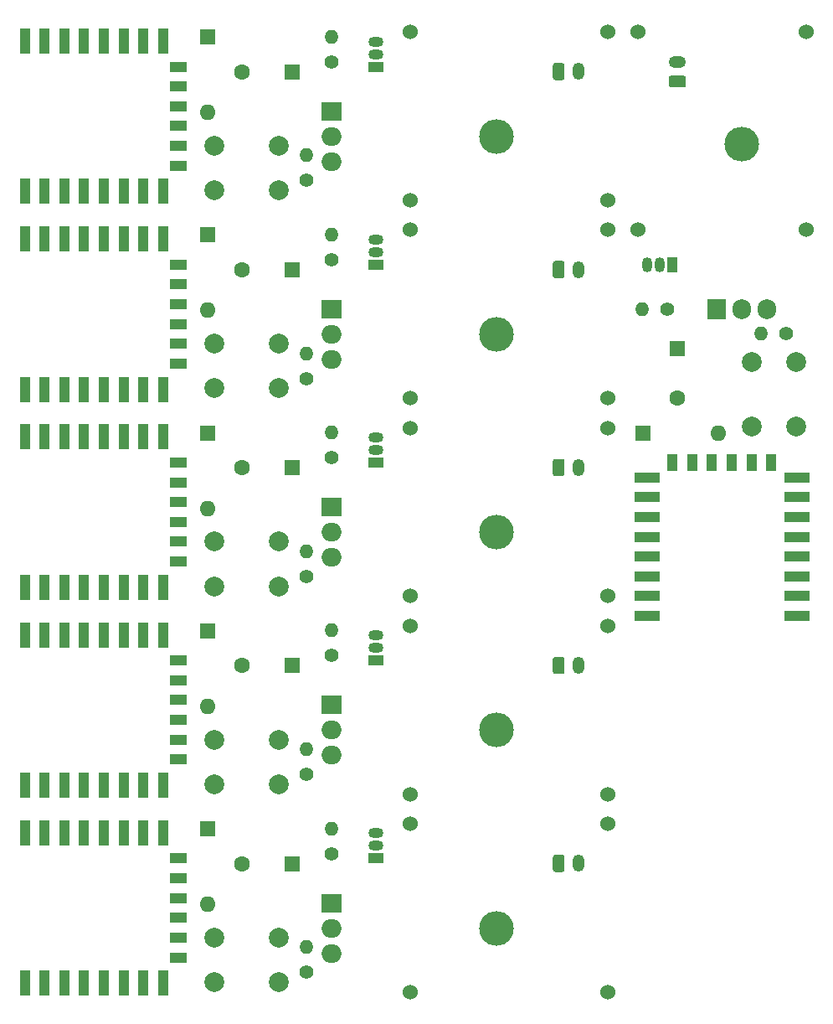
<source format=gbr>
%TF.GenerationSoftware,KiCad,Pcbnew,(5.1.9)-1*%
%TF.CreationDate,2021-03-22T15:53:49+01:00*%
%TF.ProjectId,DOORSENSOR_Enhanced_Multi,444f4f52-5345-44e5-934f-525f456e6861,rev?*%
%TF.SameCoordinates,Original*%
%TF.FileFunction,Soldermask,Top*%
%TF.FilePolarity,Negative*%
%FSLAX46Y46*%
G04 Gerber Fmt 4.6, Leading zero omitted, Abs format (unit mm)*
G04 Created by KiCad (PCBNEW (5.1.9)-1) date 2021-03-22 15:53:49*
%MOMM*%
%LPD*%
G01*
G04 APERTURE LIST*
%ADD10R,1.050000X1.500000*%
%ADD11O,1.050000X1.500000*%
%ADD12O,1.750000X1.200000*%
%ADD13C,1.524000*%
%ADD14O,1.905000X2.000000*%
%ADD15R,1.905000X2.000000*%
%ADD16O,3.500000X3.500000*%
%ADD17C,1.400000*%
%ADD18O,1.400000X1.400000*%
%ADD19R,2.500000X1.000000*%
%ADD20R,1.000000X1.800000*%
%ADD21R,1.600000X1.600000*%
%ADD22C,1.600000*%
%ADD23O,1.600000X1.600000*%
%ADD24C,2.000000*%
%ADD25O,1.200000X1.750000*%
%ADD26O,2.000000X1.905000*%
%ADD27R,2.000000X1.905000*%
%ADD28O,1.500000X1.050000*%
%ADD29R,1.500000X1.050000*%
%ADD30R,1.000000X2.500000*%
%ADD31R,1.800000X1.000000*%
G04 APERTURE END LIST*
D10*
%TO.C,Q1*%
X111500000Y-68000000D03*
D11*
X108960000Y-68000000D03*
X110230000Y-68000000D03*
%TD*%
%TO.C,J1*%
G36*
G01*
X112625001Y-50100000D02*
X111374999Y-50100000D01*
G75*
G02*
X111125000Y-49850001I0J249999D01*
G01*
X111125000Y-49149999D01*
G75*
G02*
X111374999Y-48900000I249999J0D01*
G01*
X112625001Y-48900000D01*
G75*
G02*
X112875000Y-49149999I0J-249999D01*
G01*
X112875000Y-49850001D01*
G75*
G02*
X112625001Y-50100000I-249999J0D01*
G01*
G37*
D12*
X112000000Y-47500000D03*
%TD*%
D13*
%TO.C,SW3*%
X125000000Y-44500000D03*
X125000000Y-64500000D03*
%TD*%
D14*
%TO.C,Q2*%
X121080000Y-72500000D03*
X118540000Y-72500000D03*
D15*
X116000000Y-72500000D03*
D16*
X118540000Y-55840000D03*
%TD*%
D17*
%TO.C,R1*%
X111000000Y-72500000D03*
D18*
X108460000Y-72500000D03*
%TD*%
D19*
%TO.C,U1*%
X124100000Y-103500000D03*
X124100000Y-101500000D03*
X124100000Y-99500000D03*
X124100000Y-97500000D03*
X124100000Y-95500000D03*
X124100000Y-93500000D03*
X124100000Y-91500000D03*
X124100000Y-89500000D03*
D20*
X121500000Y-88000000D03*
X119500000Y-88000000D03*
X117500000Y-88000000D03*
X115500000Y-88000000D03*
X113500000Y-88000000D03*
X111500000Y-88000000D03*
D19*
X108900000Y-89500000D03*
X108900000Y-91500000D03*
X108900000Y-93500000D03*
X108900000Y-95500000D03*
X108900000Y-97500000D03*
X108900000Y-99500000D03*
X108900000Y-101500000D03*
X108900000Y-103500000D03*
%TD*%
D21*
%TO.C,C1*%
X112015001Y-76500000D03*
D22*
X112015001Y-81500000D03*
%TD*%
D21*
%TO.C,D1*%
X108500000Y-85000000D03*
D23*
X116120000Y-85000000D03*
%TD*%
D24*
%TO.C,SW2*%
X119500000Y-77824999D03*
X124000000Y-77824999D03*
X119500000Y-84324999D03*
X124000000Y-84324999D03*
%TD*%
D18*
%TO.C,R2*%
X120460000Y-75000000D03*
D17*
X123000000Y-75000000D03*
%TD*%
D24*
%TO.C,SW2*%
X124000000Y-84324999D03*
X119500000Y-84324999D03*
X124000000Y-77824999D03*
X119500000Y-77824999D03*
%TD*%
D13*
%TO.C,SW1*%
X108000000Y-64500000D03*
X108000000Y-44500000D03*
%TD*%
D17*
%TO.C,R2*%
X123000000Y-75000000D03*
D18*
X120460000Y-75000000D03*
%TD*%
D22*
%TO.C,C1*%
X112015001Y-81500000D03*
D21*
X112015001Y-76500000D03*
%TD*%
D16*
%TO.C,Q2*%
X118540000Y-55840000D03*
D15*
X116000000Y-72500000D03*
D14*
X118540000Y-72500000D03*
X121080000Y-72500000D03*
%TD*%
D12*
%TO.C,J1*%
X112000000Y-47500000D03*
G36*
G01*
X112625001Y-50100000D02*
X111374999Y-50100000D01*
G75*
G02*
X111125000Y-49850001I0J249999D01*
G01*
X111125000Y-49149999D01*
G75*
G02*
X111374999Y-48900000I249999J0D01*
G01*
X112625001Y-48900000D01*
G75*
G02*
X112875000Y-49149999I0J-249999D01*
G01*
X112875000Y-49850001D01*
G75*
G02*
X112625001Y-50100000I-249999J0D01*
G01*
G37*
%TD*%
D18*
%TO.C,R1*%
X108460000Y-72500000D03*
D17*
X111000000Y-72500000D03*
%TD*%
D23*
%TO.C,D1*%
X116120000Y-85000000D03*
D21*
X108500000Y-85000000D03*
%TD*%
D11*
%TO.C,Q1*%
X110230000Y-68000000D03*
X108960000Y-68000000D03*
D10*
X111500000Y-68000000D03*
%TD*%
D19*
%TO.C,U1*%
X108900000Y-103500000D03*
X108900000Y-101500000D03*
X108900000Y-99500000D03*
X108900000Y-97500000D03*
X108900000Y-95500000D03*
X108900000Y-93500000D03*
X108900000Y-91500000D03*
X108900000Y-89500000D03*
D20*
X111500000Y-88000000D03*
X113500000Y-88000000D03*
X115500000Y-88000000D03*
X117500000Y-88000000D03*
X119500000Y-88000000D03*
X121500000Y-88000000D03*
D19*
X124100000Y-89500000D03*
X124100000Y-91500000D03*
X124100000Y-93500000D03*
X124100000Y-95500000D03*
X124100000Y-97500000D03*
X124100000Y-99500000D03*
X124100000Y-101500000D03*
X124100000Y-103500000D03*
%TD*%
D13*
%TO.C,SW3*%
X125000000Y-64500000D03*
X125000000Y-44500000D03*
%TD*%
D25*
%TO.C,J1*%
X102000000Y-128500000D03*
G36*
G01*
X99400000Y-129125001D02*
X99400000Y-127874999D01*
G75*
G02*
X99649999Y-127625000I249999J0D01*
G01*
X100350001Y-127625000D01*
G75*
G02*
X100600000Y-127874999I0J-249999D01*
G01*
X100600000Y-129125001D01*
G75*
G02*
X100350001Y-129375000I-249999J0D01*
G01*
X99649999Y-129375000D01*
G75*
G02*
X99400000Y-129125001I0J249999D01*
G01*
G37*
%TD*%
D24*
%TO.C,SW2*%
X71675001Y-136000000D03*
X71675001Y-140500000D03*
X65175001Y-136000000D03*
X65175001Y-140500000D03*
%TD*%
D26*
%TO.C,Q2*%
X77000000Y-137580000D03*
X77000000Y-135040000D03*
D27*
X77000000Y-132500000D03*
D16*
X93660000Y-135040000D03*
%TD*%
D13*
%TO.C,SW1*%
X105000000Y-124500000D03*
X85000000Y-124500000D03*
%TD*%
D28*
%TO.C,Q1*%
X81500000Y-126730000D03*
X81500000Y-125460000D03*
D29*
X81500000Y-128000000D03*
%TD*%
D18*
%TO.C,R2*%
X74500000Y-136960000D03*
D17*
X74500000Y-139500000D03*
%TD*%
%TO.C,R2*%
X74500000Y-139500000D03*
D18*
X74500000Y-136960000D03*
%TD*%
D22*
%TO.C,C1*%
X68000000Y-128515001D03*
D21*
X73000000Y-128515001D03*
%TD*%
D24*
%TO.C,SW2*%
X65175001Y-140500000D03*
X65175001Y-136000000D03*
X71675001Y-140500000D03*
X71675001Y-136000000D03*
%TD*%
D13*
%TO.C,SW3*%
X85000000Y-141500000D03*
X105000000Y-141500000D03*
%TD*%
D21*
%TO.C,C1*%
X73000000Y-128515001D03*
D22*
X68000000Y-128515001D03*
%TD*%
D29*
%TO.C,Q1*%
X81500000Y-128000000D03*
D28*
X81500000Y-125460000D03*
X81500000Y-126730000D03*
%TD*%
D16*
%TO.C,Q2*%
X93660000Y-135040000D03*
D27*
X77000000Y-132500000D03*
D26*
X77000000Y-135040000D03*
X77000000Y-137580000D03*
%TD*%
D30*
%TO.C,U1*%
X46000000Y-125400000D03*
X48000000Y-125400000D03*
X50000000Y-125400000D03*
X52000000Y-125400000D03*
X54000000Y-125400000D03*
X56000000Y-125400000D03*
X58000000Y-125400000D03*
X60000000Y-125400000D03*
D31*
X61500000Y-128000000D03*
X61500000Y-130000000D03*
X61500000Y-132000000D03*
X61500000Y-134000000D03*
X61500000Y-136000000D03*
X61500000Y-138000000D03*
D30*
X60000000Y-140600000D03*
X58000000Y-140600000D03*
X56000000Y-140600000D03*
X54000000Y-140600000D03*
X52000000Y-140600000D03*
X50000000Y-140600000D03*
X48000000Y-140600000D03*
X46000000Y-140600000D03*
%TD*%
D23*
%TO.C,D1*%
X64500000Y-132620000D03*
D21*
X64500000Y-125000000D03*
%TD*%
D18*
%TO.C,R1*%
X77000000Y-124960000D03*
D17*
X77000000Y-127500000D03*
%TD*%
D21*
%TO.C,D1*%
X64500000Y-125000000D03*
D23*
X64500000Y-132620000D03*
%TD*%
D17*
%TO.C,R1*%
X77000000Y-127500000D03*
D18*
X77000000Y-124960000D03*
%TD*%
D13*
%TO.C,SW3*%
X105000000Y-141500000D03*
X85000000Y-141500000D03*
%TD*%
D30*
%TO.C,U1*%
X46000000Y-140600000D03*
X48000000Y-140600000D03*
X50000000Y-140600000D03*
X52000000Y-140600000D03*
X54000000Y-140600000D03*
X56000000Y-140600000D03*
X58000000Y-140600000D03*
X60000000Y-140600000D03*
D31*
X61500000Y-138000000D03*
X61500000Y-136000000D03*
X61500000Y-134000000D03*
X61500000Y-132000000D03*
X61500000Y-130000000D03*
X61500000Y-128000000D03*
D30*
X60000000Y-125400000D03*
X58000000Y-125400000D03*
X56000000Y-125400000D03*
X54000000Y-125400000D03*
X52000000Y-125400000D03*
X50000000Y-125400000D03*
X48000000Y-125400000D03*
X46000000Y-125400000D03*
%TD*%
%TO.C,J1*%
G36*
G01*
X99400000Y-129125001D02*
X99400000Y-127874999D01*
G75*
G02*
X99649999Y-127625000I249999J0D01*
G01*
X100350001Y-127625000D01*
G75*
G02*
X100600000Y-127874999I0J-249999D01*
G01*
X100600000Y-129125001D01*
G75*
G02*
X100350001Y-129375000I-249999J0D01*
G01*
X99649999Y-129375000D01*
G75*
G02*
X99400000Y-129125001I0J249999D01*
G01*
G37*
D25*
X102000000Y-128500000D03*
%TD*%
D17*
%TO.C,R2*%
X74500000Y-119500000D03*
D18*
X74500000Y-116960000D03*
%TD*%
D22*
%TO.C,C1*%
X68000000Y-108515001D03*
D21*
X73000000Y-108515001D03*
%TD*%
%TO.C,C1*%
X73000000Y-108515001D03*
D22*
X68000000Y-108515001D03*
%TD*%
D18*
%TO.C,R2*%
X74500000Y-116960000D03*
D17*
X74500000Y-119500000D03*
%TD*%
D24*
%TO.C,SW2*%
X65175001Y-120500000D03*
X65175001Y-116000000D03*
X71675001Y-120500000D03*
X71675001Y-116000000D03*
%TD*%
D16*
%TO.C,Q2*%
X93660000Y-115040000D03*
D27*
X77000000Y-112500000D03*
D26*
X77000000Y-115040000D03*
X77000000Y-117580000D03*
%TD*%
D24*
%TO.C,SW2*%
X71675001Y-116000000D03*
X71675001Y-120500000D03*
X65175001Y-116000000D03*
X65175001Y-120500000D03*
%TD*%
D13*
%TO.C,SW1*%
X85000000Y-104500000D03*
X105000000Y-104500000D03*
%TD*%
%TO.C,SW3*%
X105000000Y-121500000D03*
X85000000Y-121500000D03*
%TD*%
%TO.C,J1*%
G36*
G01*
X99400000Y-109125001D02*
X99400000Y-107874999D01*
G75*
G02*
X99649999Y-107625000I249999J0D01*
G01*
X100350001Y-107625000D01*
G75*
G02*
X100600000Y-107874999I0J-249999D01*
G01*
X100600000Y-109125001D01*
G75*
G02*
X100350001Y-109375000I-249999J0D01*
G01*
X99649999Y-109375000D01*
G75*
G02*
X99400000Y-109125001I0J249999D01*
G01*
G37*
D25*
X102000000Y-108500000D03*
%TD*%
D29*
%TO.C,Q1*%
X81500000Y-108000000D03*
D28*
X81500000Y-105460000D03*
X81500000Y-106730000D03*
%TD*%
D23*
%TO.C,D1*%
X64500000Y-112620000D03*
D21*
X64500000Y-105000000D03*
%TD*%
D28*
%TO.C,Q1*%
X81500000Y-106730000D03*
X81500000Y-105460000D03*
D29*
X81500000Y-108000000D03*
%TD*%
D13*
%TO.C,SW3*%
X85000000Y-121500000D03*
X105000000Y-121500000D03*
%TD*%
D18*
%TO.C,R1*%
X77000000Y-104960000D03*
D17*
X77000000Y-107500000D03*
%TD*%
D30*
%TO.C,U1*%
X46000000Y-105400000D03*
X48000000Y-105400000D03*
X50000000Y-105400000D03*
X52000000Y-105400000D03*
X54000000Y-105400000D03*
X56000000Y-105400000D03*
X58000000Y-105400000D03*
X60000000Y-105400000D03*
D31*
X61500000Y-108000000D03*
X61500000Y-110000000D03*
X61500000Y-112000000D03*
X61500000Y-114000000D03*
X61500000Y-116000000D03*
X61500000Y-118000000D03*
D30*
X60000000Y-120600000D03*
X58000000Y-120600000D03*
X56000000Y-120600000D03*
X54000000Y-120600000D03*
X52000000Y-120600000D03*
X50000000Y-120600000D03*
X48000000Y-120600000D03*
X46000000Y-120600000D03*
%TD*%
D25*
%TO.C,J1*%
X102000000Y-108500000D03*
G36*
G01*
X99400000Y-109125001D02*
X99400000Y-107874999D01*
G75*
G02*
X99649999Y-107625000I249999J0D01*
G01*
X100350001Y-107625000D01*
G75*
G02*
X100600000Y-107874999I0J-249999D01*
G01*
X100600000Y-109125001D01*
G75*
G02*
X100350001Y-109375000I-249999J0D01*
G01*
X99649999Y-109375000D01*
G75*
G02*
X99400000Y-109125001I0J249999D01*
G01*
G37*
%TD*%
D26*
%TO.C,Q2*%
X77000000Y-117580000D03*
X77000000Y-115040000D03*
D27*
X77000000Y-112500000D03*
D16*
X93660000Y-115040000D03*
%TD*%
D17*
%TO.C,R1*%
X77000000Y-107500000D03*
D18*
X77000000Y-104960000D03*
%TD*%
D21*
%TO.C,D1*%
X64500000Y-105000000D03*
D23*
X64500000Y-112620000D03*
%TD*%
D30*
%TO.C,U1*%
X46000000Y-120600000D03*
X48000000Y-120600000D03*
X50000000Y-120600000D03*
X52000000Y-120600000D03*
X54000000Y-120600000D03*
X56000000Y-120600000D03*
X58000000Y-120600000D03*
X60000000Y-120600000D03*
D31*
X61500000Y-118000000D03*
X61500000Y-116000000D03*
X61500000Y-114000000D03*
X61500000Y-112000000D03*
X61500000Y-110000000D03*
X61500000Y-108000000D03*
D30*
X60000000Y-105400000D03*
X58000000Y-105400000D03*
X56000000Y-105400000D03*
X54000000Y-105400000D03*
X52000000Y-105400000D03*
X50000000Y-105400000D03*
X48000000Y-105400000D03*
X46000000Y-105400000D03*
%TD*%
D28*
%TO.C,Q1*%
X81500000Y-86730000D03*
X81500000Y-85460000D03*
D29*
X81500000Y-88000000D03*
%TD*%
D21*
%TO.C,D1*%
X64500000Y-85000000D03*
D23*
X64500000Y-92620000D03*
%TD*%
D30*
%TO.C,U1*%
X46000000Y-100600000D03*
X48000000Y-100600000D03*
X50000000Y-100600000D03*
X52000000Y-100600000D03*
X54000000Y-100600000D03*
X56000000Y-100600000D03*
X58000000Y-100600000D03*
X60000000Y-100600000D03*
D31*
X61500000Y-98000000D03*
X61500000Y-96000000D03*
X61500000Y-94000000D03*
X61500000Y-92000000D03*
X61500000Y-90000000D03*
X61500000Y-88000000D03*
D30*
X60000000Y-85400000D03*
X58000000Y-85400000D03*
X56000000Y-85400000D03*
X54000000Y-85400000D03*
X52000000Y-85400000D03*
X50000000Y-85400000D03*
X48000000Y-85400000D03*
X46000000Y-85400000D03*
%TD*%
D29*
%TO.C,Q1*%
X81500000Y-88000000D03*
D28*
X81500000Y-85460000D03*
X81500000Y-86730000D03*
%TD*%
D13*
%TO.C,SW3*%
X105000000Y-101500000D03*
X85000000Y-101500000D03*
%TD*%
D25*
%TO.C,J1*%
X102000000Y-88500000D03*
G36*
G01*
X99400000Y-89125001D02*
X99400000Y-87874999D01*
G75*
G02*
X99649999Y-87625000I249999J0D01*
G01*
X100350001Y-87625000D01*
G75*
G02*
X100600000Y-87874999I0J-249999D01*
G01*
X100600000Y-89125001D01*
G75*
G02*
X100350001Y-89375000I-249999J0D01*
G01*
X99649999Y-89375000D01*
G75*
G02*
X99400000Y-89125001I0J249999D01*
G01*
G37*
%TD*%
%TO.C,J1*%
G36*
G01*
X99400000Y-89125001D02*
X99400000Y-87874999D01*
G75*
G02*
X99649999Y-87625000I249999J0D01*
G01*
X100350001Y-87625000D01*
G75*
G02*
X100600000Y-87874999I0J-249999D01*
G01*
X100600000Y-89125001D01*
G75*
G02*
X100350001Y-89375000I-249999J0D01*
G01*
X99649999Y-89375000D01*
G75*
G02*
X99400000Y-89125001I0J249999D01*
G01*
G37*
X102000000Y-88500000D03*
%TD*%
D16*
%TO.C,Q2*%
X93660000Y-95040000D03*
D27*
X77000000Y-92500000D03*
D26*
X77000000Y-95040000D03*
X77000000Y-97580000D03*
%TD*%
D18*
%TO.C,R1*%
X77000000Y-84960000D03*
D17*
X77000000Y-87500000D03*
%TD*%
%TO.C,R1*%
X77000000Y-87500000D03*
D18*
X77000000Y-84960000D03*
%TD*%
D30*
%TO.C,U1*%
X46000000Y-85400000D03*
X48000000Y-85400000D03*
X50000000Y-85400000D03*
X52000000Y-85400000D03*
X54000000Y-85400000D03*
X56000000Y-85400000D03*
X58000000Y-85400000D03*
X60000000Y-85400000D03*
D31*
X61500000Y-88000000D03*
X61500000Y-90000000D03*
X61500000Y-92000000D03*
X61500000Y-94000000D03*
X61500000Y-96000000D03*
X61500000Y-98000000D03*
D30*
X60000000Y-100600000D03*
X58000000Y-100600000D03*
X56000000Y-100600000D03*
X54000000Y-100600000D03*
X52000000Y-100600000D03*
X50000000Y-100600000D03*
X48000000Y-100600000D03*
X46000000Y-100600000D03*
%TD*%
D23*
%TO.C,D1*%
X64500000Y-92620000D03*
D21*
X64500000Y-85000000D03*
%TD*%
%TO.C,C1*%
X73000000Y-88515001D03*
D22*
X68000000Y-88515001D03*
%TD*%
D24*
%TO.C,SW2*%
X71675001Y-96000000D03*
X71675001Y-100500000D03*
X65175001Y-96000000D03*
X65175001Y-100500000D03*
%TD*%
D22*
%TO.C,C1*%
X68000000Y-88515001D03*
D21*
X73000000Y-88515001D03*
%TD*%
D17*
%TO.C,R2*%
X74500000Y-99500000D03*
D18*
X74500000Y-96960000D03*
%TD*%
%TO.C,R2*%
X74500000Y-96960000D03*
D17*
X74500000Y-99500000D03*
%TD*%
D13*
%TO.C,SW1*%
X105000000Y-84500000D03*
X85000000Y-84500000D03*
%TD*%
%TO.C,SW3*%
X85000000Y-101500000D03*
X105000000Y-101500000D03*
%TD*%
D26*
%TO.C,Q2*%
X77000000Y-97580000D03*
X77000000Y-95040000D03*
D27*
X77000000Y-92500000D03*
D16*
X93660000Y-95040000D03*
%TD*%
D24*
%TO.C,SW2*%
X65175001Y-100500000D03*
X65175001Y-96000000D03*
X71675001Y-100500000D03*
X71675001Y-96000000D03*
%TD*%
D29*
%TO.C,Q1*%
X81500000Y-68000000D03*
D28*
X81500000Y-65460000D03*
X81500000Y-66730000D03*
%TD*%
%TO.C,J1*%
G36*
G01*
X99400000Y-69125001D02*
X99400000Y-67874999D01*
G75*
G02*
X99649999Y-67625000I249999J0D01*
G01*
X100350001Y-67625000D01*
G75*
G02*
X100600000Y-67874999I0J-249999D01*
G01*
X100600000Y-69125001D01*
G75*
G02*
X100350001Y-69375000I-249999J0D01*
G01*
X99649999Y-69375000D01*
G75*
G02*
X99400000Y-69125001I0J249999D01*
G01*
G37*
D25*
X102000000Y-68500000D03*
%TD*%
D13*
%TO.C,SW3*%
X105000000Y-81500000D03*
X85000000Y-81500000D03*
%TD*%
D26*
%TO.C,Q2*%
X77000000Y-77580000D03*
X77000000Y-75040000D03*
D27*
X77000000Y-72500000D03*
D16*
X93660000Y-75040000D03*
%TD*%
D17*
%TO.C,R1*%
X77000000Y-67500000D03*
D18*
X77000000Y-64960000D03*
%TD*%
D30*
%TO.C,U1*%
X46000000Y-80600000D03*
X48000000Y-80600000D03*
X50000000Y-80600000D03*
X52000000Y-80600000D03*
X54000000Y-80600000D03*
X56000000Y-80600000D03*
X58000000Y-80600000D03*
X60000000Y-80600000D03*
D31*
X61500000Y-78000000D03*
X61500000Y-76000000D03*
X61500000Y-74000000D03*
X61500000Y-72000000D03*
X61500000Y-70000000D03*
X61500000Y-68000000D03*
D30*
X60000000Y-65400000D03*
X58000000Y-65400000D03*
X56000000Y-65400000D03*
X54000000Y-65400000D03*
X52000000Y-65400000D03*
X50000000Y-65400000D03*
X48000000Y-65400000D03*
X46000000Y-65400000D03*
%TD*%
D21*
%TO.C,C1*%
X73000000Y-68515001D03*
D22*
X68000000Y-68515001D03*
%TD*%
D21*
%TO.C,D1*%
X64500000Y-65000000D03*
D23*
X64500000Y-72620000D03*
%TD*%
D24*
%TO.C,SW2*%
X71675001Y-76000000D03*
X71675001Y-80500000D03*
X65175001Y-76000000D03*
X65175001Y-80500000D03*
%TD*%
D18*
%TO.C,R2*%
X74500000Y-76960000D03*
D17*
X74500000Y-79500000D03*
%TD*%
D24*
%TO.C,SW2*%
X65175001Y-80500000D03*
X65175001Y-76000000D03*
X71675001Y-80500000D03*
X71675001Y-76000000D03*
%TD*%
D13*
%TO.C,SW1*%
X85000000Y-64500000D03*
X105000000Y-64500000D03*
%TD*%
D17*
%TO.C,R2*%
X74500000Y-79500000D03*
D18*
X74500000Y-76960000D03*
%TD*%
D22*
%TO.C,C1*%
X68000000Y-68515001D03*
D21*
X73000000Y-68515001D03*
%TD*%
D16*
%TO.C,Q2*%
X93660000Y-75040000D03*
D27*
X77000000Y-72500000D03*
D26*
X77000000Y-75040000D03*
X77000000Y-77580000D03*
%TD*%
D25*
%TO.C,J1*%
X102000000Y-68500000D03*
G36*
G01*
X99400000Y-69125001D02*
X99400000Y-67874999D01*
G75*
G02*
X99649999Y-67625000I249999J0D01*
G01*
X100350001Y-67625000D01*
G75*
G02*
X100600000Y-67874999I0J-249999D01*
G01*
X100600000Y-69125001D01*
G75*
G02*
X100350001Y-69375000I-249999J0D01*
G01*
X99649999Y-69375000D01*
G75*
G02*
X99400000Y-69125001I0J249999D01*
G01*
G37*
%TD*%
D18*
%TO.C,R1*%
X77000000Y-64960000D03*
D17*
X77000000Y-67500000D03*
%TD*%
D23*
%TO.C,D1*%
X64500000Y-72620000D03*
D21*
X64500000Y-65000000D03*
%TD*%
D28*
%TO.C,Q1*%
X81500000Y-66730000D03*
X81500000Y-65460000D03*
D29*
X81500000Y-68000000D03*
%TD*%
D30*
%TO.C,U1*%
X46000000Y-65400000D03*
X48000000Y-65400000D03*
X50000000Y-65400000D03*
X52000000Y-65400000D03*
X54000000Y-65400000D03*
X56000000Y-65400000D03*
X58000000Y-65400000D03*
X60000000Y-65400000D03*
D31*
X61500000Y-68000000D03*
X61500000Y-70000000D03*
X61500000Y-72000000D03*
X61500000Y-74000000D03*
X61500000Y-76000000D03*
X61500000Y-78000000D03*
D30*
X60000000Y-80600000D03*
X58000000Y-80600000D03*
X56000000Y-80600000D03*
X54000000Y-80600000D03*
X52000000Y-80600000D03*
X50000000Y-80600000D03*
X48000000Y-80600000D03*
X46000000Y-80600000D03*
%TD*%
D13*
%TO.C,SW3*%
X85000000Y-81500000D03*
X105000000Y-81500000D03*
%TD*%
D24*
%TO.C,SW2*%
X65175001Y-60500000D03*
X65175001Y-56000000D03*
X71675001Y-60500000D03*
X71675001Y-56000000D03*
%TD*%
D17*
%TO.C,R2*%
X74500000Y-59500000D03*
D18*
X74500000Y-56960000D03*
%TD*%
D22*
%TO.C,C1*%
X68000000Y-48515001D03*
D21*
X73000000Y-48515001D03*
%TD*%
D16*
%TO.C,Q2*%
X93660000Y-55040000D03*
D27*
X77000000Y-52500000D03*
D26*
X77000000Y-55040000D03*
X77000000Y-57580000D03*
%TD*%
D25*
%TO.C,J1*%
X102000000Y-48500000D03*
G36*
G01*
X99400000Y-49125001D02*
X99400000Y-47874999D01*
G75*
G02*
X99649999Y-47625000I249999J0D01*
G01*
X100350001Y-47625000D01*
G75*
G02*
X100600000Y-47874999I0J-249999D01*
G01*
X100600000Y-49125001D01*
G75*
G02*
X100350001Y-49375000I-249999J0D01*
G01*
X99649999Y-49375000D01*
G75*
G02*
X99400000Y-49125001I0J249999D01*
G01*
G37*
%TD*%
D18*
%TO.C,R1*%
X77000000Y-44960000D03*
D17*
X77000000Y-47500000D03*
%TD*%
D23*
%TO.C,D1*%
X64500000Y-52620000D03*
D21*
X64500000Y-45000000D03*
%TD*%
D28*
%TO.C,Q1*%
X81500000Y-46730000D03*
X81500000Y-45460000D03*
D29*
X81500000Y-48000000D03*
%TD*%
D30*
%TO.C,U1*%
X46000000Y-45400000D03*
X48000000Y-45400000D03*
X50000000Y-45400000D03*
X52000000Y-45400000D03*
X54000000Y-45400000D03*
X56000000Y-45400000D03*
X58000000Y-45400000D03*
X60000000Y-45400000D03*
D31*
X61500000Y-48000000D03*
X61500000Y-50000000D03*
X61500000Y-52000000D03*
X61500000Y-54000000D03*
X61500000Y-56000000D03*
X61500000Y-58000000D03*
D30*
X60000000Y-60600000D03*
X58000000Y-60600000D03*
X56000000Y-60600000D03*
X54000000Y-60600000D03*
X52000000Y-60600000D03*
X50000000Y-60600000D03*
X48000000Y-60600000D03*
X46000000Y-60600000D03*
%TD*%
D13*
%TO.C,SW3*%
X85000000Y-61500000D03*
X105000000Y-61500000D03*
%TD*%
D29*
%TO.C,Q1*%
X81500000Y-48000000D03*
D28*
X81500000Y-45460000D03*
X81500000Y-46730000D03*
%TD*%
D26*
%TO.C,Q2*%
X77000000Y-57580000D03*
X77000000Y-55040000D03*
D27*
X77000000Y-52500000D03*
D16*
X93660000Y-55040000D03*
%TD*%
D21*
%TO.C,C1*%
X73000000Y-48515001D03*
D22*
X68000000Y-48515001D03*
%TD*%
D21*
%TO.C,D1*%
X64500000Y-45000000D03*
D23*
X64500000Y-52620000D03*
%TD*%
%TO.C,J1*%
G36*
G01*
X99400000Y-49125001D02*
X99400000Y-47874999D01*
G75*
G02*
X99649999Y-47625000I249999J0D01*
G01*
X100350001Y-47625000D01*
G75*
G02*
X100600000Y-47874999I0J-249999D01*
G01*
X100600000Y-49125001D01*
G75*
G02*
X100350001Y-49375000I-249999J0D01*
G01*
X99649999Y-49375000D01*
G75*
G02*
X99400000Y-49125001I0J249999D01*
G01*
G37*
D25*
X102000000Y-48500000D03*
%TD*%
D17*
%TO.C,R1*%
X77000000Y-47500000D03*
D18*
X77000000Y-44960000D03*
%TD*%
%TO.C,R2*%
X74500000Y-56960000D03*
D17*
X74500000Y-59500000D03*
%TD*%
D13*
%TO.C,SW1*%
X105000000Y-44500000D03*
X85000000Y-44500000D03*
%TD*%
D24*
%TO.C,SW2*%
X71675001Y-56000000D03*
X71675001Y-60500000D03*
X65175001Y-56000000D03*
X65175001Y-60500000D03*
%TD*%
D13*
%TO.C,SW3*%
X105000000Y-61500000D03*
X85000000Y-61500000D03*
%TD*%
D30*
%TO.C,U1*%
X46000000Y-60600000D03*
X48000000Y-60600000D03*
X50000000Y-60600000D03*
X52000000Y-60600000D03*
X54000000Y-60600000D03*
X56000000Y-60600000D03*
X58000000Y-60600000D03*
X60000000Y-60600000D03*
D31*
X61500000Y-58000000D03*
X61500000Y-56000000D03*
X61500000Y-54000000D03*
X61500000Y-52000000D03*
X61500000Y-50000000D03*
X61500000Y-48000000D03*
D30*
X60000000Y-45400000D03*
X58000000Y-45400000D03*
X56000000Y-45400000D03*
X54000000Y-45400000D03*
X52000000Y-45400000D03*
X50000000Y-45400000D03*
X48000000Y-45400000D03*
X46000000Y-45400000D03*
%TD*%
M02*

</source>
